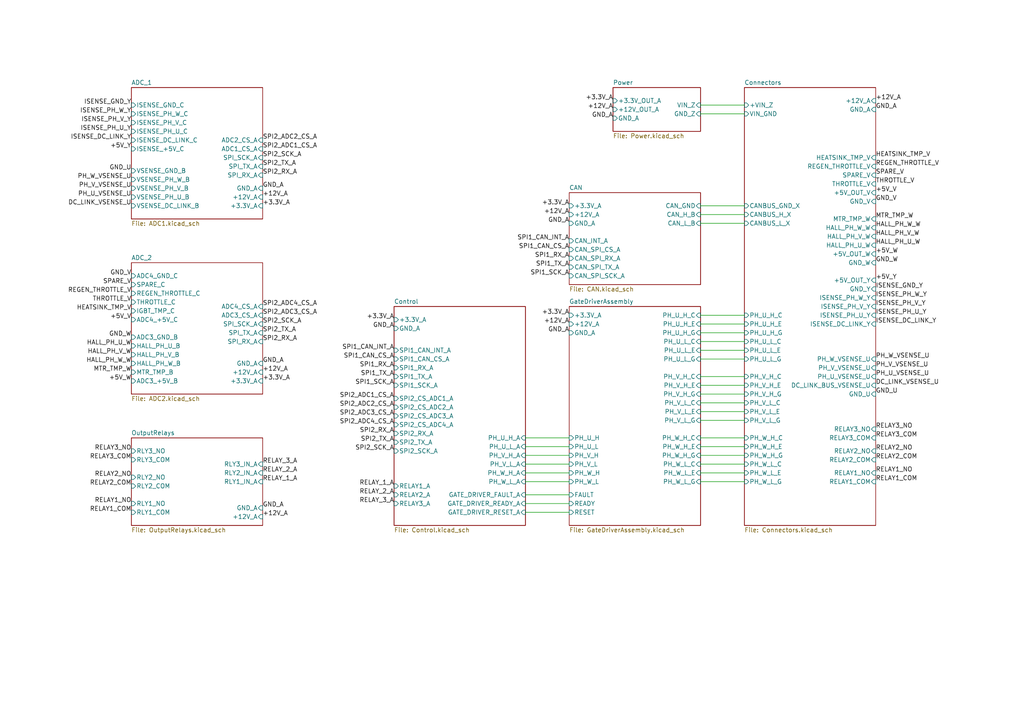
<source format=kicad_sch>
(kicad_sch (version 20250114) (generator "eeschema") (generator_version "9.0")
  (paper "A4")
  (lib_symbols
    (symbol "Device:C" (pin_numbers (hide yes)) (pin_names (offset 0.254))
      (property "Reference" "C" (at 0.635 2.54 0))
      (property "Value" "C" (at 0.635 -2.54 0))
      (symbol "C_0_1"
        (polyline (pts (xy -2.032 0.762) (xy 2.032 0.762)) (stroke (width 0.508)))
        (polyline (pts (xy -2.032 -0.762) (xy 2.032 -0.762)) (stroke (width 0.508)))
      )
      (symbol "C_1_1"
        (pin passive line (at 0 3.81 270) (length 2.794) (name "~") (number "1"))
        (pin passive line (at 0 -3.81 90) (length 2.794) (name "~") (number "2"))
      )
    )
    (symbol "Device:Q_NIGBT_CEG" (pin_names (offset 0) (hide yes))
      (property "Reference" "Q" (at 5.08 1.27 0))
      (property "Value" "Q_NIGBT_CEG" (at 5.08 -1.27 0))
      (symbol "Q_NIGBT_CEG_0_1"
        (polyline (pts (xy 0.254 1.905) (xy 0.254 -1.905) (xy 0.254 -1.905)) (stroke (width 0.254)))
        (polyline (pts (xy 0.762 2.032) (xy 0.762 1.016)) (stroke (width 0.254)))
        (polyline (pts (xy 0.762 0.508) (xy 0.762 -0.508)) (stroke (width 0.254)))
        (polyline (pts (xy 0.762 -1.016) (xy 0.762 -2.032)) (stroke (width 0.254)))
        (circle (center 1.27 0) (radius 2.8194) (stroke (width 0.254)))
        (polyline (pts (xy 1.397 -2.159) (xy 1.651 -1.651) (xy 2.54 -2.413) (xy 1.397 -2.159)) (fill (type outline)))
        (polyline (pts (xy 2.159 1.905) (xy 1.905 2.413) (xy 1.016 1.651) (xy 2.159 1.905)) (fill (type outline)))
        (polyline (pts (xy 2.54 2.413) (xy 0.762 1.524)))
        (polyline (pts (xy 2.54 -0.889) (xy 0.762 0)))
        (polyline (pts (xy 2.54 -2.413) (xy 0.762 -1.524)))
      )
      (symbol "Q_NIGBT_CEG_1_1"
        (pin input line (at -5.08 0 0) (length 5.334) (name "G") (number "3"))
        (pin passive line (at 2.54 5.08 270) (length 2.54) (name "C") (number "1"))
        (pin passive line (at 2.54 -5.08 90) (length 2.54) (name "E") (number "2"))
      )
    )
    (symbol "power:GND" (power) (pin_numbers (hide yes)) (pin_names (offset 0) (hide yes))
      (property "Value" "GND" (at 0 -3.81 0))
      (symbol "GND_0_1"
        (polyline (pts (xy 0 0) (xy 0 -1.27) (xy 1.27 -1.27) (xy 0 -2.54) (xy -1.27 -1.27) (xy 0 -1.27)))
      )
      (symbol "GND_1_1"
        (pin power_in line (at 0 0 270) (length 0) (name "~") (number "1"))
      )
    )
  )
  (junction (at 87.63 -16.51))
  (junction (at 87.63 -46.99))
  (junction (at 127 -30.48))
  (junction (at 87.63 -30.48))
  (junction (at 87.63 -33.02))
  (junction (at 87.63 -31.75))
  (junction (at 127 -16.51))
  (junction (at 127 -46.99))
  (wire (pts (xy 144.78 -27.94) (xy 144.78 -16.51)))
  (wire (pts (xy 152.4 148.59) (xy 165.1 148.59)))
  (wire (pts (xy 203.2 132.08) (xy 215.9 132.08)))
  (wire (pts (xy 203.2 111.76) (xy 215.9 111.76)))
  (wire (pts (xy 87.63 -31.75) (xy 87.63 -30.48)))
  (wire (pts (xy 105.41 -35.56) (xy 105.41 -33.02)))
  (wire (pts (xy 203.2 114.3) (xy 215.9 114.3)))
  (wire (pts (xy 203.2 121.92) (xy 215.9 121.92)))
  (wire (pts (xy 203.2 139.7) (xy 215.9 139.7)))
  (wire (pts (xy 203.2 129.54) (xy 215.9 129.54)))
  (wire (pts (xy 105.41 -30.48) (xy 87.63 -30.48)))
  (wire (pts (xy 144.78 -46.99) (xy 127 -46.99)))
  (wire (pts (xy 203.2 134.62) (xy 215.9 134.62)))
  (wire (pts (xy 152.4 134.62) (xy 165.1 134.62)))
  (wire (pts (xy 127 -49.53) (xy 127 -46.99)))
  (wire (pts (xy 105.41 -16.51) (xy 87.63 -16.51)))
  (wire (pts (xy 203.2 33.02) (xy 215.9 33.02)))
  (wire (pts (xy 203.2 127) (xy 215.9 127)))
  (wire (pts (xy 152.4 137.16) (xy 165.1 137.16)))
  (wire (pts (xy 87.63 -33.02) (xy 87.63 -31.75)))
  (wire (pts (xy 87.63 -46.99) (xy 87.63 -44.45)))
  (wire (pts (xy 152.4 139.7) (xy 165.1 139.7)))
  (wire (pts (xy 203.2 99.06) (xy 215.9 99.06)))
  (wire (pts (xy 87.63 -33.02) (xy 105.41 -33.02)))
  (wire (pts (xy 127 -30.48) (xy 132.08 -30.48)))
  (wire (pts (xy 87.63 -16.51) (xy 87.63 -13.97)))
  (wire (pts (xy 203.2 104.14) (xy 215.9 104.14)))
  (wire (pts (xy 152.4 146.05) (xy 165.1 146.05)))
  (wire (pts (xy 152.4 132.08) (xy 165.1 132.08)))
  (wire (pts (xy 127 -34.29) (xy 127 -30.48)))
  (wire (pts (xy 87.63 -17.78) (xy 87.63 -16.51)))
  (wire (pts (xy 87.63 -49.53) (xy 87.63 -46.99)))
  (wire (pts (xy 144.78 -16.51) (xy 127 -16.51)))
  (wire (pts (xy 105.41 -43.18) (xy 105.41 -46.99)))
  (wire (pts (xy 203.2 30.48) (xy 215.9 30.48)))
  (wire (pts (xy 152.4 127) (xy 165.1 127)))
  (wire (pts (xy 127 -46.99) (xy 127 -44.45)))
  (wire (pts (xy 127 -16.51) (xy 127 -13.97)))
  (wire (pts (xy 87.63 -34.29) (xy 87.63 -33.02)))
  (wire (pts (xy 87.63 -30.48) (xy 87.63 -27.94)))
  (wire (pts (xy 127 -30.48) (xy 127 -27.94)))
  (wire (pts (xy 152.4 129.54) (xy 165.1 129.54)))
  (wire (pts (xy 203.2 59.69) (xy 215.9 59.69)))
  (wire (pts (xy 203.2 93.98) (xy 215.9 93.98)))
  (wire (pts (xy 203.2 62.23) (xy 215.9 62.23)))
  (wire (pts (xy 203.2 137.16) (xy 215.9 137.16)))
  (wire (pts (xy 203.2 116.84) (xy 215.9 116.84)))
  (wire (pts (xy 203.2 91.44) (xy 215.9 91.44)))
  (wire (pts (xy 203.2 119.38) (xy 215.9 119.38)))
  (wire (pts (xy 80.01 -31.75) (xy 87.63 -31.75)))
  (wire (pts (xy 203.2 109.22) (xy 215.9 109.22)))
  (wire (pts (xy 105.41 -46.99) (xy 87.63 -46.99)))
  (wire (pts (xy 105.41 -17.78) (xy 105.41 -16.51)))
  (wire (pts (xy 203.2 96.52) (xy 215.9 96.52)))
  (wire (pts (xy 127 -17.78) (xy 127 -16.51)))
  (wire (pts (xy 105.41 -25.4) (xy 105.41 -30.48)))
  (wire (pts (xy 152.4 143.51) (xy 165.1 143.51)))
  (wire (pts (xy 203.2 64.77) (xy 215.9 64.77)))
  (wire (pts (xy 203.2 101.6) (xy 215.9 101.6)))
  (wire (pts (xy 144.78 -35.56) (xy 144.78 -46.99)))
  (label "ISENSE_GND_Y" (at 38.1 30.48 180))
  (label "DC_LINK_VSENSE_U" (at 38.1 59.69 180))
  (label "SPI2_ADC2_CS_A" (at 76.2 40.64 0))
  (label "+5V_Y" (at 254 81.28 0))
  (label "RELAY1_NO" (at 254 137.16 0))
  (label "PH_W_VSENSE_U" (at 254 104.14 0))
  (label "REGEN_THROTTLE_V" (at 38.1 85.09 180))
  (label "SPARE_V" (at 254 50.8 0))
  (label "+12V_A" (at 76.2 149.86 0))
  (label "PH_U_VSENSE_U" (at 38.1 57.15 180))
  (label "RELAY2_COM" (at 254 133.35 0))
  (label "SPI1_RX_A" (at 165.1 74.93 180))
  (label "ISENSE_DC_LINK_Y" (at 38.1 40.64 180))
  (label "SPI1_CAN_CS_A" (at 114.3 104.14 180))
  (label "+5V_V" (at 38.1 92.71 180))
  (label "+3.3V_A" (at 165.1 91.44 180))
  (label "MTR_TMP_W" (at 38.1 107.95 180))
  (label "RELAY_2_A" (at 114.3 143.51 180))
  (label "RELAY1_COM" (at 38.1 148.59 180))
  (label "HEATSINK_TMP_V" (at 254 45.72 0))
  (label "GND_A" (at 76.2 105.41 0))
  (label "SPI2_RX_A" (at 76.2 50.8 0))
  (label "SPI1_TX_A" (at 165.1 77.47 180))
  (label "SPI2_ADC1_CS_A" (at 114.3 115.57 180))
  (label "GND_V" (at 38.1 80.01 180))
  (label "ISENSE_PH_V_Y" (at 38.1 35.56 180))
  (label "SPI2_ADC2_CS_A" (at 114.3 118.11 180))
  (label "GND_W" (at 254 76.2 0))
  (label "RELAY_3_A" (at 76.2 134.62 0))
  (label "SPI2_TX_A" (at 76.2 96.52 0))
  (label "SPI2_TX_A" (at 114.3 128.27 180))
  (label "SPI2_RX_A" (at 76.2 99.06 0))
  (label "+5V_V" (at 254 55.88 0))
  (label "ISENSE_PH_V_Y" (at 254 88.9 0))
  (label "RELAY3_NO" (at 38.1 130.81 180))
  (label "GND_U" (at 254 114.3 0))
  (label "GND_A" (at 165.1 96.52 180))
  (label "HALL_PH_U_W" (at 38.1 100.33 180))
  (label "RELAY2_NO" (at 38.1 138.43 180))
  (label "PH_W_VSENSE_U" (at 38.1 52.07 180))
  (label "SPI2_ADC3_CS_A" (at 114.3 120.65 180))
  (label "DC_LINK_VSENSE_U" (at 254 111.76 0))
  (label "RELAY3_COM" (at 38.1 133.35 180))
  (label "ISENSE_GND_Y" (at 254 83.82 0))
  (label "ISENSE_PH_U_Y" (at 254 91.44 0))
  (label "SPARE_V" (at 38.1 82.55 180))
  (label "+5V_Y" (at 38.1 43.18 180))
  (label "SPI2_SCK_A" (at 76.2 45.72 0))
  (label "SPI1_TX_A" (at 114.3 109.22 180))
  (label "SPI1_CAN_INT_A" (at 165.1 69.85 180))
  (label "SPI2_TX_A" (at 76.2 48.26 0))
  (label "GND_A" (at 76.2 54.61 0))
  (label "REGEN_THROTTLE_V" (at 254 48.26 0))
  (label "GND_V" (at 254 58.42 0))
  (label "SPI2_RX_A" (at 114.3 125.73 180))
  (label "RELAY2_NO" (at 254 130.81 0))
  (label "SPI1_CAN_INT_A" (at 114.3 101.6 180))
  (label "+12V_A" (at 177.8 31.75 180))
  (label "HALL_PH_V_W" (at 254 68.58 0))
  (label "RELAY_2_A" (at 76.2 137.16 0))
  (label "MTR_TMP_W" (at 254 63.5 0))
  (label "+12V_A" (at 254 29.21 0))
  (label "SPI1_SCK_A" (at 165.1 80.01 180))
  (label "RELAY_1_A" (at 76.2 139.7 0))
  (label "SPI2_SCK_A" (at 114.3 130.81 180))
  (label "GND_A" (at 177.8 34.29 180))
  (label "SPI2_ADC4_CS_A" (at 76.2 88.9 0))
  (label "SPI2_SCK_A" (at 76.2 93.98 0))
  (label "+12V_A" (at 76.2 57.15 0))
  (label "RELAY3_COM" (at 254 127 0))
  (label "+3.3V_A" (at 165.1 59.69 180))
  (label "+3.3V_A" (at 177.8 29.21 180))
  (label "HALL_PH_V_W" (at 38.1 102.87 180))
  (label "PH_V_VSENSE_U" (at 38.1 54.61 180))
  (label "HALL_PH_U_W" (at 254 71.12 0))
  (label "HALL_PH_W_W" (at 38.1 105.41 180))
  (label "ISENSE_PH_W_Y" (at 254 86.36 0))
  (label "GND_A" (at 165.1 64.77 180))
  (label "ISENSE_PH_W_Y" (at 38.1 33.02 180))
  (label "SPI1_SCK_A" (at 114.3 111.76 180))
  (label "ISENSE_DC_LINK_Y" (at 254 93.98 0))
  (label "+3.3V_A" (at 76.2 110.49 0))
  (label "SPI2_ADC4_CS_A" (at 114.3 123.19 180))
  (label "RELAY1_COM" (at 254 139.7 0))
  (label "GND_U" (at 38.1 49.53 180))
  (label "+12V_A" (at 165.1 93.98 180))
  (label "ISENSE_PH_U_Y" (at 38.1 38.1 180))
  (label "THROTTLE_V" (at 38.1 87.63 180))
  (label "+5V_W" (at 254 73.66 0))
  (label "HEATSINK_TMP_V" (at 38.1 90.17 180))
  (label "SPI2_ADC3_CS_A" (at 76.2 91.44 0))
  (label "+3.3V_A" (at 76.2 59.69 0))
  (label "GND_W" (at 38.1 97.79 180))
  (label "+12V_A" (at 76.2 107.95 0))
  (label "RELAY2_COM" (at 38.1 140.97 180))
  (label "GND_A" (at 114.3 95.25 180))
  (label "SPI2_ADC1_CS_A" (at 76.2 43.18 0))
  (label "GND_A" (at 76.2 147.32 0))
  (label "PH_V_VSENSE_U" (at 254 106.68 0))
  (label "SPI1_RX_A" (at 114.3 106.68 180))
  (label "RELAY1_NO" (at 38.1 146.05 180))
  (label "THROTTLE_V" (at 254 53.34 0))
  (label "+5V_W" (at 38.1 110.49 180))
  (label "+12V_A" (at 165.1 62.23 180))
  (label "PH_U_VSENSE_U" (at 254 109.22 0))
  (label "RELAY3_NO" (at 254 124.46 0))
  (label "GND_A" (at 254 31.75 0))
  (label "HALL_PH_W_W" (at 254 66.04 0))
  (label "RELAY_1_A" (at 114.3 140.97 180))
  (label "RELAY_3_A" (at 114.3 146.05 180))
  (label "+3.3V_A" (at 114.3 92.71 180))
  (label "SPI1_CAN_CS_A" (at 165.1 72.39 180))
  (symbol (lib_id "power:GND") (at 87.63 -13.97 0) (unit 1)
    (property "Reference" "#PWR01" (effects (hide yes)))
    (property "Value" "GND" (at 87.63 -7.62 0))
    (property "Description" "Power symbol creates a global label with name \"GND\" , ground" (effects (hide yes)))
  )
  (symbol (lib_id "Device:C") (at 144.78 -31.75 0) (unit 1)
    (property "Reference" "C180" (at 148.59 -33.0201 0) (effects (justify left)))
    (property "Value" "C" (at 148.59 -30.4801 0) (effects (justify left)))
    (property "Description" "Unpolarized capacitor" (effects (hide yes)))
  )
  (symbol (lib_id "Device:C") (at 105.41 -39.37 0) (unit 1)
    (property "Reference" "C178" (at 109.22 -40.6401 0) (effects (justify left)))
    (property "Value" "C" (at 109.22 -38.1001 0) (effects (justify left)))
    (property "Description" "Unpolarized capacitor" (effects (hide yes)))
  )
  (symbol (lib_id "Device:Q_NIGBT_CEG") (at 124.46 -22.86 0) (unit 1)
    (property "Reference" "Q4" (at 129.54 -24.1301 0) (effects (justify left)))
    (property "Value" "Q_NIGBT_CEG" (at 129.54 -21.5901 0) (effects (justify left)))
    (property "Description" "N-IGBT transistor, collector/emitter/gate" (effects (hide yes)))
  )
  (symbol (lib_id "power:GND") (at 127 -13.97 0) (unit 1)
    (property "Reference" "#PWR02" (effects (hide yes)))
    (property "Value" "GND" (at 127 -7.62 0))
    (property "Description" "Power symbol creates a global label with name \"GND\" , ground" (effects (hide yes)))
  )
  (symbol (lib_id "Device:Q_NIGBT_CEG") (at 85.09 -39.37 0) (unit 1)
    (property "Reference" "Q1" (at 90.17 -40.6401 0) (effects (justify left)))
    (property "Value" "Q_NIGBT_CEG" (at 90.17 -38.1001 0) (effects (justify left)))
    (property "Description" "N-IGBT transistor, collector/emitter/gate" (effects (hide yes)))
  )
  (symbol (lib_id "Device:C") (at 105.41 -21.59 0) (unit 1)
    (property "Reference" "C179" (at 109.22 -22.8601 0) (effects (justify left)))
    (property "Value" "C" (at 109.22 -20.3201 0) (effects (justify left)))
    (property "Description" "Unpolarized capacitor" (effects (hide yes)))
  )
  (symbol (lib_id "Device:Q_NIGBT_CEG") (at 124.46 -39.37 0) (unit 1)
    (property "Reference" "Q3" (at 129.54 -40.6401 0) (effects (justify left)))
    (property "Value" "Q_NIGBT_CEG" (at 129.54 -38.1001 0) (effects (justify left)))
    (property "Description" "N-IGBT transistor, collector/emitter/gate" (effects (hide yes)))
  )
  (symbol (lib_id "Device:Q_NIGBT_CEG") (at 85.09 -22.86 0) (unit 1)
    (property "Reference" "Q2" (at 90.17 -24.1301 0) (effects (justify left)))
    (property "Value" "Q_NIGBT_CEG" (at 90.17 -21.5901 0) (effects (justify left)))
    (property "Description" "N-IGBT transistor, collector/emitter/gate" (effects (hide yes)))
  )
  (sheet (at 38.1 76.2) (size 38.1 38.1) (stroke (width 0.1524))
    (property "Sheetname" "ADC_2" (at 38.1 75.4884 0) (effects (justify left bottom)))
    (property "Sheetfile" "ADC2.kicad_sch" (at 38.1 114.8846 0) (effects (justify left top)))
    (pin "+3.3V_A" input (at 76.2 110.49 0))
    (pin "ADC3_+5V_B" input (at 38.1 110.49 180))
    (pin "ADC3_GND_B" input (at 38.1 97.79 180))
    (pin "ADC4_+5V_C" input (at 38.1 92.71 180))
    (pin "ADC4_CS_A" input (at 76.2 88.9 0))
    (pin "ADC4_GND_C" input (at 38.1 80.01 180))
    (pin "GND_A" input (at 76.2 105.41 0))
    (pin "HALL_PH_U_B" input (at 38.1 100.33 180))
    (pin "HALL_PH_V_B" input (at 38.1 102.87 180))
    (pin "HALL_PH_W_B" input (at 38.1 105.41 180))
    (pin "IGBT_TMP_C" input (at 38.1 90.17 180))
    (pin "MTR_TMP_B" input (at 38.1 107.95 180))
    (pin "REGEN_THROTTLE_C" input (at 38.1 85.09 180))
    (pin "SPARE_C" input (at 38.1 82.55 180))
    (pin "THROTTLE_C" input (at 38.1 87.63 180))
    (pin "ADC3_CS_A" input (at 76.2 91.44 0))
    (pin "+12V_A" input (at 76.2 107.95 0))
    (pin "SPI_RX_A" input (at 76.2 99.06 0))
    (pin "SPI_SCK_A" input (at 76.2 93.98 0))
    (pin "SPI_TX_A" input (at 76.2 96.52 0))
  )
  (sheet (at 114.3 88.9) (size 38.1 63.5) (stroke (width 0.1524))
    (property "Sheetname" "Control" (at 114.3 88.1884 0) (effects (justify left bottom)))
    (property "Sheetfile" "Control.kicad_sch" (at 114.3 152.9846 0) (effects (justify left top)))
    (pin "+3.3V_A" input (at 114.3 92.71 180))
    (pin "GND_A" input (at 114.3 95.25 180))
    (pin "PH_U_H_A" input (at 152.4 127 0))
    (pin "PH_U_L_A" input (at 152.4 129.54 0))
    (pin "PH_V_H_A" input (at 152.4 132.08 0))
    (pin "PH_V_L_A" input (at 152.4 134.62 0))
    (pin "PH_W_H_A" input (at 152.4 137.16 0))
    (pin "PH_W_L_A" input (at 152.4 139.7 0))
    (pin "SPI1_CAN_CS_A" input (at 114.3 104.14 180))
    (pin "SPI1_CAN_INT_A" input (at 114.3 101.6 180))
    (pin "SPI1_SCK_A" input (at 114.3 111.76 180))
    (pin "SPI1_TX_A" input (at 114.3 109.22 180))
    (pin "SPI2_CS_ADC1_A" input (at 114.3 115.57 180))
    (pin "SPI2_RX_A" input (at 114.3 125.73 180))
    (pin "SPI2_SCK_A" input (at 114.3 130.81 180))
    (pin "SPI2_TX_A" input (at 114.3 128.27 180))
    (pin "GATE_DRIVER_FAULT_A" input (at 152.4 143.51 0))
    (pin "GATE_DRIVER_READY_A" input (at 152.4 146.05 0))
    (pin "GATE_DRIVER_RESET_A" input (at 152.4 148.59 0))
    (pin "RELAY1_A" input (at 114.3 140.97 180))
    (pin "RELAY2_A" input (at 114.3 143.51 180))
    (pin "RELAY3_A" input (at 114.3 146.05 180))
    (pin "SPI1_RX_A" input (at 114.3 106.68 180))
    (pin "SPI2_CS_ADC2_A" input (at 114.3 118.11 180))
    (pin "SPI2_CS_ADC3_A" input (at 114.3 120.65 180))
    (pin "SPI2_CS_ADC4_A" input (at 114.3 123.19 180))
  )
  (sheet (at 38.1 127) (size 38.1 25.4) (stroke (width 0.1524))
    (property "Sheetname" "OutputRelays" (at 38.1 126.2884 0) (effects (justify left bottom)))
    (property "Sheetfile" "OutputRelays.kicad_sch" (at 38.1 152.9846 0) (effects (justify left top)))
    (pin "GND_A" input (at 76.2 147.32 0))
    (pin "RLY1_COM" input (at 38.1 148.59 180))
    (pin "RLY1_IN_A" input (at 76.2 139.7 0))
    (pin "RLY1_NO" input (at 38.1 146.05 180))
    (pin "RLY2_COM" input (at 38.1 140.97 180))
    (pin "RLY2_IN_A" input (at 76.2 137.16 0))
    (pin "RLY2_NO" input (at 38.1 138.43 180))
    (pin "RLY3_COM" input (at 38.1 133.35 180))
    (pin "RLY3_IN_A" input (at 76.2 134.62 0))
    (pin "RLY3_NO" input (at 38.1 130.81 180))
    (pin "+12V_A" input (at 76.2 149.86 0))
  )
  (sheet (at 38.1 25.4) (size 38.1 38.1) (stroke (width 0.1524))
    (property "Sheetname" "ADC_1" (at 38.1 24.6884 0) (effects (justify left bottom)))
    (property "Sheetfile" "ADC1.kicad_sch" (at 38.1 64.0846 0) (effects (justify left top)))
    (pin "+3.3V_A" input (at 76.2 59.69 0))
    (pin "ADC1_CS_A" input (at 76.2 43.18 0))
    (pin "ADC2_CS_A" input (at 76.2 40.64 0))
    (pin "GND_A" input (at 76.2 54.61 0))
    (pin "ISENSE_+5V_C" input (at 38.1 43.18 180))
    (pin "ISENSE_DC_LINK_C" input (at 38.1 40.64 180))
    (pin "ISENSE_GND_C" input (at 38.1 30.48 180))
    (pin "ISENSE_PH_U_C" input (at 38.1 38.1 180))
    (pin "ISENSE_PH_V_C" input (at 38.1 35.56 180))
    (pin "ISENSE_PH_W_C" input (at 38.1 33.02 180))
    (pin "VSENSE_DC_LINK_B" input (at 38.1 59.69 180))
    (pin "VSENSE_GND_B" input (at 38.1 49.53 180))
    (pin "VSENSE_PH_U_B" input (at 38.1 57.15 180))
    (pin "VSENSE_PH_V_B" input (at 38.1 54.61 180))
    (pin "VSENSE_PH_W_B" input (at 38.1 52.07 180))
    (pin "+12V_A" input (at 76.2 57.15 0))
    (pin "SPI_RX_A" input (at 76.2 50.8 0))
    (pin "SPI_SCK_A" input (at 76.2 45.72 0))
    (pin "SPI_TX_A" input (at 76.2 48.26 0))
  )
  (sheet (at 165.1 55.88) (size 38.1 26.67) (stroke (width 0.1524))
    (property "Sheetname" "CAN" (at 165.1 55.1684 0) (effects (justify left bottom)))
    (property "Sheetfile" "CAN.kicad_sch" (at 165.1 83.1346 0) (effects (justify left top)))
    (pin "+3.3V_A" input (at 165.1 59.69 180))
    (pin "CAN_GND" input (at 203.2 59.69 0))
    (pin "CAN_H_B" input (at 203.2 62.23 0))
    (pin "CAN_INT_A" input (at 165.1 69.85 180))
    (pin "CAN_L_B" input (at 203.2 64.77 0))
    (pin "CAN_SPI_CS_A" input (at 165.1 72.39 180))
    (pin "CAN_SPI_RX_A" input (at 165.1 74.93 180))
    (pin "CAN_SPI_SCK_A" input (at 165.1 80.01 180))
    (pin "CAN_SPI_TX_A" input (at 165.1 77.47 180))
    (pin "GND_A" input (at 165.1 64.77 180))
    (pin "+12V_A" input (at 165.1 62.23 180))
  )
  (sheet (at 215.9 25.4) (size 38.1 127) (stroke (width 0.1524))
    (property "Sheetname" "Connectors" (at 215.9 24.6884 0) (effects (justify left bottom)))
    (property "Sheetfile" "Connectors.kicad_sch" (at 215.9 152.9846 0) (effects (justify left top)))
    (pin "+VIN_Z" input (at 215.9 30.48 180))
    (pin "CANBUS_GND_X" input (at 215.9 59.69 180))
    (pin "CANBUS_H_X" input (at 215.9 62.23 180))
    (pin "CANBUS_L_X" input (at 215.9 64.77 180))
    (pin "VIN_GND" input (at 215.9 33.02 180))
    (pin "PH_U_H_C" input (at 215.9 91.44 180))
    (pin "PH_U_H_E" input (at 215.9 93.98 180))
    (pin "PH_U_H_G" input (at 215.9 96.52 180))
    (pin "PH_U_L_C" input (at 215.9 99.06 180))
    (pin "PH_U_L_E" input (at 215.9 101.6 180))
    (pin "PH_U_L_G" input (at 215.9 104.14 180))
    (pin "PH_V_H_C" input (at 215.9 109.22 180))
    (pin "PH_V_H_E" input (at 215.9 111.76 180))
    (pin "PH_V_H_G" input (at 215.9 114.3 180))
    (pin "PH_V_L_C" input (at 215.9 116.84 180))
    (pin "PH_V_L_E" input (at 215.9 119.38 180))
    (pin "PH_V_L_G" input (at 215.9 121.92 180))
    (pin "PH_W_H_C" input (at 215.9 127 180))
    (pin "PH_W_H_E" input (at 215.9 129.54 180))
    (pin "PH_W_H_G" input (at 215.9 132.08 180))
    (pin "PH_W_L_C" input (at 215.9 134.62 180))
    (pin "PH_W_L_E" input (at 215.9 137.16 180))
    (pin "PH_W_L_G" input (at 215.9 139.7 180))
    (pin "RELAY1_COM" input (at 254 139.7 0))
    (pin "RELAY1_NO" input (at 254 137.16 0))
    (pin "RELAY2_COM" input (at 254 133.35 0))
    (pin "RELAY2_NO" input (at 254 130.81 0))
    (pin "RELAY3_COM" input (at 254 127 0))
    (pin "RELAY3_NO" input (at 254 124.46 0))
    (pin "+5V_OUT_V" input (at 254 55.88 0))
    (pin "+5V_OUT_W" input (at 254 73.66 0))
    (pin "+5V_OUT_Y" input (at 254 81.28 0))
    (pin "DC_LINK_BUS_VSENSE_U" input (at 254 111.76 0))
    (pin "GND_U" input (at 254 114.3 0))
    (pin "GND_V" input (at 254 58.42 0))
    (pin "GND_W" input (at 254 76.2 0))
    (pin "GND_Y" input (at 254 83.82 0))
    (pin "HALL_PH_U_W" input (at 254 71.12 0))
    (pin "HALL_PH_V_W" input (at 254 68.58 0))
    (pin "HALL_PH_W_W" input (at 254 66.04 0))
    (pin "HEATSINK_TMP_V" input (at 254 45.72 0))
    (pin "ISENSE_DC_LINK_Y" input (at 254 93.98 0))
    (pin "ISENSE_PH_U_Y" input (at 254 91.44 0))
    (pin "ISENSE_PH_V_Y" input (at 254 88.9 0))
    (pin "ISENSE_PH_W_Y" input (at 254 86.36 0))
    (pin "MTR_TMP_W" input (at 254 63.5 0))
    (pin "PH_U_VSENSE_U" input (at 254 109.22 0))
    (pin "PH_V_VSENSE_U" input (at 254 106.68 0))
    (pin "PH_W_VSENSE_U" input (at 254 104.14 0))
    (pin "REGEN_THROTTLE_V" input (at 254 48.26 0))
    (pin "SPARE_V" input (at 254 50.8 0))
    (pin "THROTTLE_V" input (at 254 53.34 0))
    (pin "+12V_A" input (at 254 29.21 0))
    (pin "GND_A" input (at 254 31.75 0))
  )
  (sheet (at 165.1 88.9) (size 38.1 63.5) (stroke (width 0.1524))
    (property "Sheetname" "GateDriverAssembly" (at 165.1 88.1884 0) (effects (justify left bottom)))
    (property "Sheetfile" "GateDriverAssembly.kicad_sch" (at 165.1 152.9846 0) (effects (justify left top)))
    (pin "+12V_A" input (at 165.1 93.98 180))
    (pin "FAULT" input (at 165.1 143.51 180))
    (pin "GND_A" input (at 165.1 96.52 180))
    (pin "PH_U_H" input (at 165.1 127 180))
    (pin "PH_U_L" input (at 165.1 129.54 180))
    (pin "PH_V_H" input (at 165.1 132.08 180))
    (pin "PH_V_L" input (at 165.1 134.62 180))
    (pin "READY" input (at 165.1 146.05 180))
    (pin "RESET" input (at 165.1 148.59 180))
    (pin "PH_W_H" input (at 165.1 137.16 180))
    (pin "PH_W_L" input (at 165.1 139.7 180))
    (pin "PH_U_H_C" input (at 203.2 91.44 0))
    (pin "PH_U_H_E" input (at 203.2 93.98 0))
    (pin "PH_U_H_G" input (at 203.2 96.52 0))
    (pin "PH_U_L_C" input (at 203.2 99.06 0))
    (pin "PH_U_L_E" input (at 203.2 101.6 0))
    (pin "PH_U_L_G" input (at 203.2 104.14 0))
    (pin "PH_V_H_C" input (at 203.2 109.22 0))
    (pin "PH_V_H_E" input (at 203.2 111.76 0))
    (pin "PH_V_H_G" input (at 203.2 114.3 0))
    (pin "PH_V_L_C" input (at 203.2 116.84 0))
    (pin "PH_V_L_E" input (at 203.2 119.38 0))
    (pin "PH_V_L_G" input (at 203.2 121.92 0))
    (pin "PH_W_H_C" input (at 203.2 127 0))
    (pin "PH_W_H_E" input (at 203.2 129.54 0))
    (pin "PH_W_H_G" input (at 203.2 132.08 0))
    (pin "PH_W_L_C" input (at 203.2 134.62 0))
    (pin "PH_W_L_E" input (at 203.2 137.16 0))
    (pin "PH_W_L_G" input (at 203.2 139.7 0))
    (pin "+3.3V_A" input (at 165.1 91.44 180))
  )
  (sheet (at 177.8 25.4) (size 25.4 12.7) (stroke (width 0.1524))
    (property "Sheetname" "Power" (at 177.8 24.6884 0) (effects (justify left bottom)))
    (property "Sheetfile" "Power.kicad_sch" (at 177.8 38.6846 0) (effects (justify left top)))
    (pin "GND_A" input (at 177.8 34.29 180))
    (pin "GND_Z" input (at 203.2 33.02 0))
    (pin "VIN_Z" input (at 203.2 30.48 0))
    (pin "+3.3V_OUT_A" input (at 177.8 29.21 180))
    (pin "+12V_OUT_A" input (at 177.8 31.75 180))
  )
)
</source>
